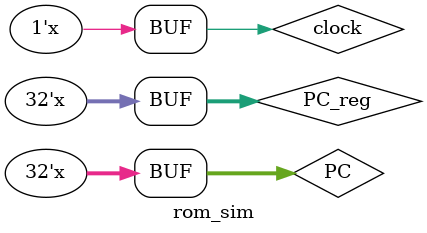
<source format=v>
`timescale 1ns / 1ps


module rom_sim(

    );
    reg clock = 1'b0; 
    wire [0:31] PC;
    wire [0:31] instruction;
    
    reg [0:31] PC_reg = 32'b0;
    assign PC = PC_reg;
    programrom Urom(.PC(PC),.Instruction(instruction));
    always 
    begin
        #50 clock = ~clock;
        #0  PC_reg = PC_reg + 32'b0100;
    end
endmodule

</source>
